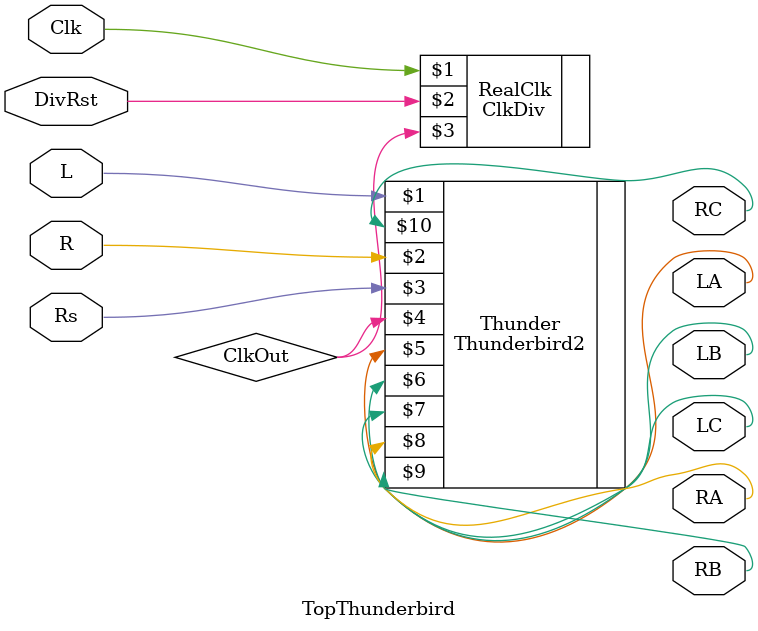
<source format=v>
`timescale 1ns / 1ps
module TopThunderbird(L, R, Rs, Clk, DivRst, LA, LB, LC, RA, RB, RC);

	input L, R, Rs, Clk, DivRst; 
	output LA, LB, LC, RA, RB, RC;
	wire ClkOut;

	ClkDiv RealClk(Clk, DivRst, ClkOut);
	Thunderbird2 Thunder(L, R, Rs, ClkOut, LA, LB, LC, RA, RB, RC);

endmodule

</source>
